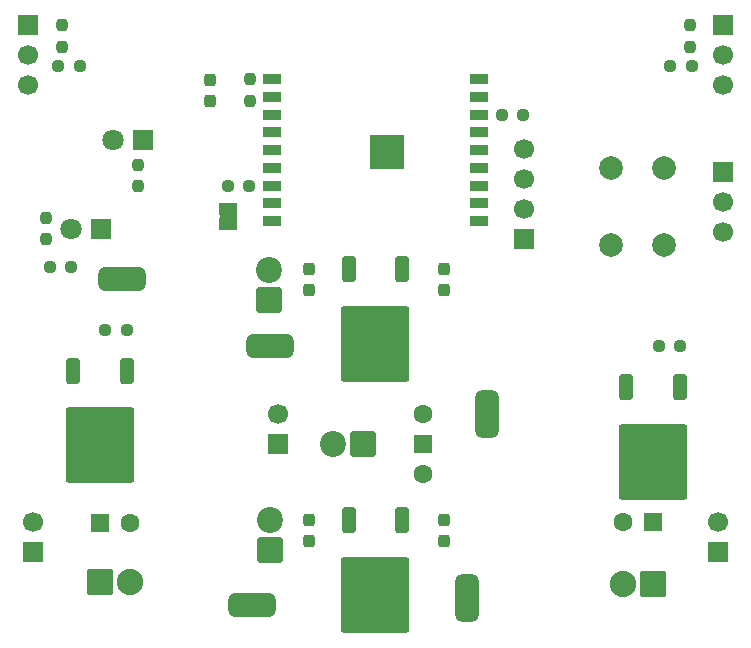
<source format=gbr>
%TF.GenerationSoftware,KiCad,Pcbnew,9.0.4*%
%TF.CreationDate,2025-09-10T21:21:39+09:00*%
%TF.ProjectId,ltr,6c74722e-6b69-4636-9164-5f7063625858,rev?*%
%TF.SameCoordinates,Original*%
%TF.FileFunction,Soldermask,Top*%
%TF.FilePolarity,Negative*%
%FSLAX46Y46*%
G04 Gerber Fmt 4.6, Leading zero omitted, Abs format (unit mm)*
G04 Created by KiCad (PCBNEW 9.0.4) date 2025-09-10 21:21:39*
%MOMM*%
%LPD*%
G01*
G04 APERTURE LIST*
G04 Aperture macros list*
%AMRoundRect*
0 Rectangle with rounded corners*
0 $1 Rounding radius*
0 $2 $3 $4 $5 $6 $7 $8 $9 X,Y pos of 4 corners*
0 Add a 4 corners polygon primitive as box body*
4,1,4,$2,$3,$4,$5,$6,$7,$8,$9,$2,$3,0*
0 Add four circle primitives for the rounded corners*
1,1,$1+$1,$2,$3*
1,1,$1+$1,$4,$5*
1,1,$1+$1,$6,$7*
1,1,$1+$1,$8,$9*
0 Add four rect primitives between the rounded corners*
20,1,$1+$1,$2,$3,$4,$5,0*
20,1,$1+$1,$4,$5,$6,$7,0*
20,1,$1+$1,$6,$7,$8,$9,0*
20,1,$1+$1,$8,$9,$2,$3,0*%
G04 Aperture macros list end*
%ADD10RoundRect,0.237500X-0.237500X0.300000X-0.237500X-0.300000X0.237500X-0.300000X0.237500X0.300000X0*%
%ADD11RoundRect,0.249999X0.850001X-0.850001X0.850001X0.850001X-0.850001X0.850001X-0.850001X-0.850001X0*%
%ADD12C,2.200000*%
%ADD13RoundRect,0.237500X-0.237500X0.250000X-0.237500X-0.250000X0.237500X-0.250000X0.237500X0.250000X0*%
%ADD14RoundRect,0.237500X-0.250000X-0.237500X0.250000X-0.237500X0.250000X0.237500X-0.250000X0.237500X0*%
%ADD15RoundRect,0.500000X-1.500000X0.500000X-1.500000X-0.500000X1.500000X-0.500000X1.500000X0.500000X0*%
%ADD16R,1.700000X1.700000*%
%ADD17C,1.700000*%
%ADD18R,1.800000X1.800000*%
%ADD19C,1.800000*%
%ADD20RoundRect,0.237500X0.250000X0.237500X-0.250000X0.237500X-0.250000X-0.237500X0.250000X-0.237500X0*%
%ADD21RoundRect,0.250000X-0.350000X0.850000X-0.350000X-0.850000X0.350000X-0.850000X0.350000X0.850000X0*%
%ADD22RoundRect,0.249997X-2.650003X2.950003X-2.650003X-2.950003X2.650003X-2.950003X2.650003X2.950003X0*%
%ADD23R,1.500000X0.900000*%
%ADD24C,0.600000*%
%ADD25R,2.900000X2.900000*%
%ADD26RoundRect,0.237500X0.237500X-0.250000X0.237500X0.250000X-0.237500X0.250000X-0.237500X-0.250000X0*%
%ADD27RoundRect,0.250000X-0.870000X-0.870000X0.870000X-0.870000X0.870000X0.870000X-0.870000X0.870000X0*%
%ADD28C,2.240000*%
%ADD29R,1.500000X1.500000*%
%ADD30C,1.600000*%
%ADD31RoundRect,0.500000X-0.500000X-1.500000X0.500000X-1.500000X0.500000X1.500000X-0.500000X1.500000X0*%
%ADD32RoundRect,0.249999X0.850001X0.850001X-0.850001X0.850001X-0.850001X-0.850001X0.850001X-0.850001X0*%
%ADD33RoundRect,0.250000X0.550000X0.550000X-0.550000X0.550000X-0.550000X-0.550000X0.550000X-0.550000X0*%
%ADD34RoundRect,0.250000X0.870000X0.870000X-0.870000X0.870000X-0.870000X-0.870000X0.870000X-0.870000X0*%
%ADD35R,1.500000X1.000000*%
%ADD36RoundRect,0.250000X-0.550000X-0.550000X0.550000X-0.550000X0.550000X0.550000X-0.550000X0.550000X0*%
%ADD37C,2.000000*%
%ADD38RoundRect,0.237500X0.237500X-0.300000X0.237500X0.300000X-0.237500X0.300000X-0.237500X-0.300000X0*%
G04 APERTURE END LIST*
%TO.C,JP1*%
G36*
X18800000Y-19850000D02*
G01*
X20300000Y-19850000D01*
X20300000Y-19550000D01*
X18800000Y-19550000D01*
X18800000Y-19850000D01*
G37*
%TD*%
D10*
%TO.C,C1*%
X37800000Y-45450000D03*
X37800000Y-47175000D03*
%TD*%
D11*
%TO.C,D7*%
X23100000Y-47990000D03*
D12*
X23100000Y-45450000D03*
%TD*%
D10*
%TO.C,C2*%
X26350000Y-45450000D03*
X26350000Y-47175000D03*
%TD*%
D13*
%TO.C,R7*%
X21350000Y-8100000D03*
X21350000Y-9925000D03*
%TD*%
D14*
%TO.C,R4*%
X56950000Y-6950000D03*
X58775000Y-6950000D03*
%TD*%
D15*
%TO.C,J12*%
X23050000Y-30725000D03*
%TD*%
D16*
%TO.C,J3*%
X3000000Y-48140000D03*
D17*
X3000000Y-45600000D03*
%TD*%
D15*
%TO.C,J10*%
X10550000Y-25050000D03*
%TD*%
D18*
%TO.C,Q3*%
X8770000Y-20755000D03*
D19*
X6230000Y-20755000D03*
%TD*%
D13*
%TO.C,R10*%
X11925000Y-15325000D03*
X11925000Y-17150000D03*
%TD*%
D16*
%TO.C,J1*%
X2575000Y-3525000D03*
D17*
X2575000Y-6065000D03*
X2575000Y-8605000D03*
%TD*%
D20*
%TO.C,R8*%
X6230000Y-24030000D03*
X4405000Y-24030000D03*
%TD*%
D21*
%TO.C,Q2*%
X57800000Y-34200000D03*
D22*
X55520000Y-40500000D03*
D21*
X53240000Y-34200000D03*
%TD*%
D23*
%TO.C,U2*%
X23250000Y-8100000D03*
X23250000Y-9600000D03*
X23250000Y-11100000D03*
X23250000Y-12600000D03*
X23250000Y-14100000D03*
X23250000Y-15600000D03*
X23250000Y-17100000D03*
X23250000Y-18600000D03*
X23250000Y-20100000D03*
X40750000Y-20100000D03*
X40750000Y-18600000D03*
X40750000Y-17100000D03*
X40750000Y-15600000D03*
X40750000Y-14100000D03*
X40750000Y-12600000D03*
X40750000Y-11100000D03*
X40750000Y-9600000D03*
X40750000Y-8100000D03*
D24*
X31860000Y-13750000D03*
X31860000Y-14850000D03*
X32410000Y-13200000D03*
X32410000Y-14300000D03*
X32410000Y-15400000D03*
X32960000Y-13750000D03*
D25*
X32960000Y-14300000D03*
D24*
X32960000Y-14850000D03*
X33510000Y-13200000D03*
X33510000Y-14300000D03*
X33510000Y-15400000D03*
X34060000Y-13750000D03*
X34060000Y-14850000D03*
%TD*%
D16*
%TO.C,J4*%
X61000000Y-48090000D03*
D17*
X61000000Y-45550000D03*
%TD*%
D21*
%TO.C,U1*%
X34280000Y-45450000D03*
D22*
X32000000Y-51750000D03*
D21*
X29720000Y-45450000D03*
%TD*%
D26*
%TO.C,R9*%
X4105000Y-21667500D03*
X4105000Y-19842500D03*
%TD*%
D27*
%TO.C,D1*%
X8660000Y-50700000D03*
D28*
X11200000Y-50700000D03*
%TD*%
D20*
%TO.C,R11*%
X10950000Y-29300000D03*
X9125000Y-29300000D03*
%TD*%
D29*
%TO.C,SW1*%
X36000000Y-39000000D03*
D30*
X36000000Y-36460000D03*
X36000000Y-41540000D03*
%TD*%
D16*
%TO.C,J11*%
X61450000Y-15975000D03*
D17*
X61450000Y-18515000D03*
X61450000Y-21055000D03*
%TD*%
D20*
%TO.C,R2*%
X6975000Y-6975000D03*
X5150000Y-6975000D03*
%TD*%
D10*
%TO.C,C4*%
X37760000Y-24210000D03*
X37760000Y-25935000D03*
%TD*%
D31*
%TO.C,J7*%
X39750000Y-52000000D03*
%TD*%
D21*
%TO.C,U3*%
X34280000Y-24200000D03*
D22*
X32000000Y-30500000D03*
D21*
X29720000Y-24200000D03*
%TD*%
D32*
%TO.C,D5*%
X30930000Y-39000000D03*
D12*
X28390000Y-39000000D03*
%TD*%
D33*
%TO.C,D4*%
X55500000Y-45600000D03*
D30*
X52960000Y-45600000D03*
%TD*%
D15*
%TO.C,J9*%
X21575000Y-52575000D03*
%TD*%
D34*
%TO.C,D3*%
X55490000Y-50850000D03*
D28*
X52950000Y-50850000D03*
%TD*%
D35*
%TO.C,JP1*%
X19550000Y-20350000D03*
X19550000Y-19050000D03*
%TD*%
D26*
%TO.C,R3*%
X58625000Y-5350000D03*
X58625000Y-3525000D03*
%TD*%
D14*
%TO.C,R6*%
X19475000Y-17100000D03*
X21300000Y-17100000D03*
%TD*%
D10*
%TO.C,C5*%
X26360000Y-24210000D03*
X26360000Y-25935000D03*
%TD*%
D36*
%TO.C,D2*%
X8650000Y-45650000D03*
D30*
X11190000Y-45650000D03*
%TD*%
D26*
%TO.C,R1*%
X5475000Y-5350000D03*
X5475000Y-3525000D03*
%TD*%
D18*
%TO.C,D8*%
X12275000Y-13205000D03*
D19*
X9735000Y-13205000D03*
%TD*%
D37*
%TO.C,SW2*%
X51950000Y-22150000D03*
X51950000Y-15650000D03*
X56450000Y-22150000D03*
X56450000Y-15650000D03*
%TD*%
D16*
%TO.C,J5*%
X23750000Y-38975000D03*
D17*
X23750000Y-36435000D03*
%TD*%
D31*
%TO.C,J8*%
X41450000Y-36475000D03*
%TD*%
D20*
%TO.C,R12*%
X57800000Y-30650000D03*
X55975000Y-30650000D03*
%TD*%
D11*
%TO.C,D6*%
X23025000Y-26765000D03*
D12*
X23025000Y-24225000D03*
%TD*%
D21*
%TO.C,Q1*%
X10930000Y-32800000D03*
D22*
X8650000Y-39100000D03*
D21*
X6370000Y-32800000D03*
%TD*%
D16*
%TO.C,J6*%
X44600000Y-21660000D03*
D17*
X44600000Y-19120000D03*
X44600000Y-16580000D03*
X44600000Y-14040000D03*
%TD*%
D38*
%TO.C,C3*%
X17950000Y-9925000D03*
X17950000Y-8200000D03*
%TD*%
D20*
%TO.C,R5*%
X44525000Y-11100000D03*
X42700000Y-11100000D03*
%TD*%
D16*
%TO.C,J2*%
X61425000Y-3525000D03*
D17*
X61425000Y-6065000D03*
X61425000Y-8605000D03*
%TD*%
M02*

</source>
